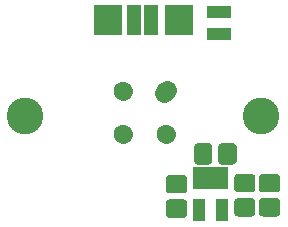
<source format=gbr>
G04 #@! TF.GenerationSoftware,KiCad,Pcbnew,(5.0.0)*
G04 #@! TF.CreationDate,2018-09-26T10:31:33+02:00*
G04 #@! TF.ProjectId,OpenThermalCamera,4F70656E546865726D616C43616D6572,rev?*
G04 #@! TF.SameCoordinates,Original*
G04 #@! TF.FileFunction,Soldermask,Top*
G04 #@! TF.FilePolarity,Negative*
%FSLAX46Y46*%
G04 Gerber Fmt 4.6, Leading zero omitted, Abs format (unit mm)*
G04 Created by KiCad (PCBNEW (5.0.0)) date 09/26/18 10:31:33*
%MOMM*%
%LPD*%
G01*
G04 APERTURE LIST*
%ADD10R,1.300000X2.600000*%
%ADD11R,2.400000X2.600000*%
%ADD12C,3.100000*%
%ADD13C,0.100000*%
%ADD14C,1.550000*%
%ADD15R,1.050000X1.960000*%
%ADD16R,0.800000X1.050000*%
%ADD17C,1.600000*%
%ADD18C,1.600000*%
G04 APERTURE END LIST*
D10*
G04 #@! TO.C,J2*
X39250000Y-28900000D03*
D11*
X37000000Y-28900000D03*
X43000000Y-28900000D03*
D10*
X40650000Y-28900000D03*
G04 #@! TD*
D12*
G04 #@! TO.C,MH1*
X50000000Y-37000000D03*
G04 #@! TD*
G04 #@! TO.C,MH2*
X30000000Y-37000000D03*
G04 #@! TD*
D13*
G04 #@! TO.C,C6*
G36*
X51296071Y-41901623D02*
X51328781Y-41906475D01*
X51360857Y-41914509D01*
X51391991Y-41925649D01*
X51421884Y-41939787D01*
X51450247Y-41956787D01*
X51476807Y-41976485D01*
X51501308Y-41998692D01*
X51523515Y-42023193D01*
X51543213Y-42049753D01*
X51560213Y-42078116D01*
X51574351Y-42108009D01*
X51585491Y-42139143D01*
X51593525Y-42171219D01*
X51598377Y-42203929D01*
X51600000Y-42236956D01*
X51600000Y-43113044D01*
X51598377Y-43146071D01*
X51593525Y-43178781D01*
X51585491Y-43210857D01*
X51574351Y-43241991D01*
X51560213Y-43271884D01*
X51543213Y-43300247D01*
X51523515Y-43326807D01*
X51501308Y-43351308D01*
X51476807Y-43373515D01*
X51450247Y-43393213D01*
X51421884Y-43410213D01*
X51391991Y-43424351D01*
X51360857Y-43435491D01*
X51328781Y-43443525D01*
X51296071Y-43448377D01*
X51263044Y-43450000D01*
X50136956Y-43450000D01*
X50103929Y-43448377D01*
X50071219Y-43443525D01*
X50039143Y-43435491D01*
X50008009Y-43424351D01*
X49978116Y-43410213D01*
X49949753Y-43393213D01*
X49923193Y-43373515D01*
X49898692Y-43351308D01*
X49876485Y-43326807D01*
X49856787Y-43300247D01*
X49839787Y-43271884D01*
X49825649Y-43241991D01*
X49814509Y-43210857D01*
X49806475Y-43178781D01*
X49801623Y-43146071D01*
X49800000Y-43113044D01*
X49800000Y-42236956D01*
X49801623Y-42203929D01*
X49806475Y-42171219D01*
X49814509Y-42139143D01*
X49825649Y-42108009D01*
X49839787Y-42078116D01*
X49856787Y-42049753D01*
X49876485Y-42023193D01*
X49898692Y-41998692D01*
X49923193Y-41976485D01*
X49949753Y-41956787D01*
X49978116Y-41939787D01*
X50008009Y-41925649D01*
X50039143Y-41914509D01*
X50071219Y-41906475D01*
X50103929Y-41901623D01*
X50136956Y-41900000D01*
X51263044Y-41900000D01*
X51296071Y-41901623D01*
X51296071Y-41901623D01*
G37*
D14*
X50700000Y-42675000D03*
D13*
G36*
X51296071Y-43951623D02*
X51328781Y-43956475D01*
X51360857Y-43964509D01*
X51391991Y-43975649D01*
X51421884Y-43989787D01*
X51450247Y-44006787D01*
X51476807Y-44026485D01*
X51501308Y-44048692D01*
X51523515Y-44073193D01*
X51543213Y-44099753D01*
X51560213Y-44128116D01*
X51574351Y-44158009D01*
X51585491Y-44189143D01*
X51593525Y-44221219D01*
X51598377Y-44253929D01*
X51600000Y-44286956D01*
X51600000Y-45163044D01*
X51598377Y-45196071D01*
X51593525Y-45228781D01*
X51585491Y-45260857D01*
X51574351Y-45291991D01*
X51560213Y-45321884D01*
X51543213Y-45350247D01*
X51523515Y-45376807D01*
X51501308Y-45401308D01*
X51476807Y-45423515D01*
X51450247Y-45443213D01*
X51421884Y-45460213D01*
X51391991Y-45474351D01*
X51360857Y-45485491D01*
X51328781Y-45493525D01*
X51296071Y-45498377D01*
X51263044Y-45500000D01*
X50136956Y-45500000D01*
X50103929Y-45498377D01*
X50071219Y-45493525D01*
X50039143Y-45485491D01*
X50008009Y-45474351D01*
X49978116Y-45460213D01*
X49949753Y-45443213D01*
X49923193Y-45423515D01*
X49898692Y-45401308D01*
X49876485Y-45376807D01*
X49856787Y-45350247D01*
X49839787Y-45321884D01*
X49825649Y-45291991D01*
X49814509Y-45260857D01*
X49806475Y-45228781D01*
X49801623Y-45196071D01*
X49800000Y-45163044D01*
X49800000Y-44286956D01*
X49801623Y-44253929D01*
X49806475Y-44221219D01*
X49814509Y-44189143D01*
X49825649Y-44158009D01*
X49839787Y-44128116D01*
X49856787Y-44099753D01*
X49876485Y-44073193D01*
X49898692Y-44048692D01*
X49923193Y-44026485D01*
X49949753Y-44006787D01*
X49978116Y-43989787D01*
X50008009Y-43975649D01*
X50039143Y-43964509D01*
X50071219Y-43956475D01*
X50103929Y-43951623D01*
X50136956Y-43950000D01*
X51263044Y-43950000D01*
X51296071Y-43951623D01*
X51296071Y-43951623D01*
G37*
D14*
X50700000Y-44725000D03*
G04 #@! TD*
D13*
G04 #@! TO.C,C3*
G36*
X45546071Y-39301623D02*
X45578781Y-39306475D01*
X45610857Y-39314509D01*
X45641991Y-39325649D01*
X45671884Y-39339787D01*
X45700247Y-39356787D01*
X45726807Y-39376485D01*
X45751308Y-39398692D01*
X45773515Y-39423193D01*
X45793213Y-39449753D01*
X45810213Y-39478116D01*
X45824351Y-39508009D01*
X45835491Y-39539143D01*
X45843525Y-39571219D01*
X45848377Y-39603929D01*
X45850000Y-39636956D01*
X45850000Y-40763044D01*
X45848377Y-40796071D01*
X45843525Y-40828781D01*
X45835491Y-40860857D01*
X45824351Y-40891991D01*
X45810213Y-40921884D01*
X45793213Y-40950247D01*
X45773515Y-40976807D01*
X45751308Y-41001308D01*
X45726807Y-41023515D01*
X45700247Y-41043213D01*
X45671884Y-41060213D01*
X45641991Y-41074351D01*
X45610857Y-41085491D01*
X45578781Y-41093525D01*
X45546071Y-41098377D01*
X45513044Y-41100000D01*
X44636956Y-41100000D01*
X44603929Y-41098377D01*
X44571219Y-41093525D01*
X44539143Y-41085491D01*
X44508009Y-41074351D01*
X44478116Y-41060213D01*
X44449753Y-41043213D01*
X44423193Y-41023515D01*
X44398692Y-41001308D01*
X44376485Y-40976807D01*
X44356787Y-40950247D01*
X44339787Y-40921884D01*
X44325649Y-40891991D01*
X44314509Y-40860857D01*
X44306475Y-40828781D01*
X44301623Y-40796071D01*
X44300000Y-40763044D01*
X44300000Y-39636956D01*
X44301623Y-39603929D01*
X44306475Y-39571219D01*
X44314509Y-39539143D01*
X44325649Y-39508009D01*
X44339787Y-39478116D01*
X44356787Y-39449753D01*
X44376485Y-39423193D01*
X44398692Y-39398692D01*
X44423193Y-39376485D01*
X44449753Y-39356787D01*
X44478116Y-39339787D01*
X44508009Y-39325649D01*
X44539143Y-39314509D01*
X44571219Y-39306475D01*
X44603929Y-39301623D01*
X44636956Y-39300000D01*
X45513044Y-39300000D01*
X45546071Y-39301623D01*
X45546071Y-39301623D01*
G37*
D14*
X45075000Y-40200000D03*
D13*
G36*
X47596071Y-39301623D02*
X47628781Y-39306475D01*
X47660857Y-39314509D01*
X47691991Y-39325649D01*
X47721884Y-39339787D01*
X47750247Y-39356787D01*
X47776807Y-39376485D01*
X47801308Y-39398692D01*
X47823515Y-39423193D01*
X47843213Y-39449753D01*
X47860213Y-39478116D01*
X47874351Y-39508009D01*
X47885491Y-39539143D01*
X47893525Y-39571219D01*
X47898377Y-39603929D01*
X47900000Y-39636956D01*
X47900000Y-40763044D01*
X47898377Y-40796071D01*
X47893525Y-40828781D01*
X47885491Y-40860857D01*
X47874351Y-40891991D01*
X47860213Y-40921884D01*
X47843213Y-40950247D01*
X47823515Y-40976807D01*
X47801308Y-41001308D01*
X47776807Y-41023515D01*
X47750247Y-41043213D01*
X47721884Y-41060213D01*
X47691991Y-41074351D01*
X47660857Y-41085491D01*
X47628781Y-41093525D01*
X47596071Y-41098377D01*
X47563044Y-41100000D01*
X46686956Y-41100000D01*
X46653929Y-41098377D01*
X46621219Y-41093525D01*
X46589143Y-41085491D01*
X46558009Y-41074351D01*
X46528116Y-41060213D01*
X46499753Y-41043213D01*
X46473193Y-41023515D01*
X46448692Y-41001308D01*
X46426485Y-40976807D01*
X46406787Y-40950247D01*
X46389787Y-40921884D01*
X46375649Y-40891991D01*
X46364509Y-40860857D01*
X46356475Y-40828781D01*
X46351623Y-40796071D01*
X46350000Y-40763044D01*
X46350000Y-39636956D01*
X46351623Y-39603929D01*
X46356475Y-39571219D01*
X46364509Y-39539143D01*
X46375649Y-39508009D01*
X46389787Y-39478116D01*
X46406787Y-39449753D01*
X46426485Y-39423193D01*
X46448692Y-39398692D01*
X46473193Y-39376485D01*
X46499753Y-39356787D01*
X46528116Y-39339787D01*
X46558009Y-39325649D01*
X46589143Y-39314509D01*
X46621219Y-39306475D01*
X46653929Y-39301623D01*
X46686956Y-39300000D01*
X47563044Y-39300000D01*
X47596071Y-39301623D01*
X47596071Y-39301623D01*
G37*
D14*
X47125000Y-40200000D03*
G04 #@! TD*
D13*
G04 #@! TO.C,C2*
G36*
X43396071Y-42001623D02*
X43428781Y-42006475D01*
X43460857Y-42014509D01*
X43491991Y-42025649D01*
X43521884Y-42039787D01*
X43550247Y-42056787D01*
X43576807Y-42076485D01*
X43601308Y-42098692D01*
X43623515Y-42123193D01*
X43643213Y-42149753D01*
X43660213Y-42178116D01*
X43674351Y-42208009D01*
X43685491Y-42239143D01*
X43693525Y-42271219D01*
X43698377Y-42303929D01*
X43700000Y-42336956D01*
X43700000Y-43213044D01*
X43698377Y-43246071D01*
X43693525Y-43278781D01*
X43685491Y-43310857D01*
X43674351Y-43341991D01*
X43660213Y-43371884D01*
X43643213Y-43400247D01*
X43623515Y-43426807D01*
X43601308Y-43451308D01*
X43576807Y-43473515D01*
X43550247Y-43493213D01*
X43521884Y-43510213D01*
X43491991Y-43524351D01*
X43460857Y-43535491D01*
X43428781Y-43543525D01*
X43396071Y-43548377D01*
X43363044Y-43550000D01*
X42236956Y-43550000D01*
X42203929Y-43548377D01*
X42171219Y-43543525D01*
X42139143Y-43535491D01*
X42108009Y-43524351D01*
X42078116Y-43510213D01*
X42049753Y-43493213D01*
X42023193Y-43473515D01*
X41998692Y-43451308D01*
X41976485Y-43426807D01*
X41956787Y-43400247D01*
X41939787Y-43371884D01*
X41925649Y-43341991D01*
X41914509Y-43310857D01*
X41906475Y-43278781D01*
X41901623Y-43246071D01*
X41900000Y-43213044D01*
X41900000Y-42336956D01*
X41901623Y-42303929D01*
X41906475Y-42271219D01*
X41914509Y-42239143D01*
X41925649Y-42208009D01*
X41939787Y-42178116D01*
X41956787Y-42149753D01*
X41976485Y-42123193D01*
X41998692Y-42098692D01*
X42023193Y-42076485D01*
X42049753Y-42056787D01*
X42078116Y-42039787D01*
X42108009Y-42025649D01*
X42139143Y-42014509D01*
X42171219Y-42006475D01*
X42203929Y-42001623D01*
X42236956Y-42000000D01*
X43363044Y-42000000D01*
X43396071Y-42001623D01*
X43396071Y-42001623D01*
G37*
D14*
X42800000Y-42775000D03*
D13*
G36*
X43396071Y-44051623D02*
X43428781Y-44056475D01*
X43460857Y-44064509D01*
X43491991Y-44075649D01*
X43521884Y-44089787D01*
X43550247Y-44106787D01*
X43576807Y-44126485D01*
X43601308Y-44148692D01*
X43623515Y-44173193D01*
X43643213Y-44199753D01*
X43660213Y-44228116D01*
X43674351Y-44258009D01*
X43685491Y-44289143D01*
X43693525Y-44321219D01*
X43698377Y-44353929D01*
X43700000Y-44386956D01*
X43700000Y-45263044D01*
X43698377Y-45296071D01*
X43693525Y-45328781D01*
X43685491Y-45360857D01*
X43674351Y-45391991D01*
X43660213Y-45421884D01*
X43643213Y-45450247D01*
X43623515Y-45476807D01*
X43601308Y-45501308D01*
X43576807Y-45523515D01*
X43550247Y-45543213D01*
X43521884Y-45560213D01*
X43491991Y-45574351D01*
X43460857Y-45585491D01*
X43428781Y-45593525D01*
X43396071Y-45598377D01*
X43363044Y-45600000D01*
X42236956Y-45600000D01*
X42203929Y-45598377D01*
X42171219Y-45593525D01*
X42139143Y-45585491D01*
X42108009Y-45574351D01*
X42078116Y-45560213D01*
X42049753Y-45543213D01*
X42023193Y-45523515D01*
X41998692Y-45501308D01*
X41976485Y-45476807D01*
X41956787Y-45450247D01*
X41939787Y-45421884D01*
X41925649Y-45391991D01*
X41914509Y-45360857D01*
X41906475Y-45328781D01*
X41901623Y-45296071D01*
X41900000Y-45263044D01*
X41900000Y-44386956D01*
X41901623Y-44353929D01*
X41906475Y-44321219D01*
X41914509Y-44289143D01*
X41925649Y-44258009D01*
X41939787Y-44228116D01*
X41956787Y-44199753D01*
X41976485Y-44173193D01*
X41998692Y-44148692D01*
X42023193Y-44126485D01*
X42049753Y-44106787D01*
X42078116Y-44089787D01*
X42108009Y-44075649D01*
X42139143Y-44064509D01*
X42171219Y-44056475D01*
X42203929Y-44051623D01*
X42236956Y-44050000D01*
X43363044Y-44050000D01*
X43396071Y-44051623D01*
X43396071Y-44051623D01*
G37*
D14*
X42800000Y-44825000D03*
G04 #@! TD*
D13*
G04 #@! TO.C,C1*
G36*
X49196071Y-43951623D02*
X49228781Y-43956475D01*
X49260857Y-43964509D01*
X49291991Y-43975649D01*
X49321884Y-43989787D01*
X49350247Y-44006787D01*
X49376807Y-44026485D01*
X49401308Y-44048692D01*
X49423515Y-44073193D01*
X49443213Y-44099753D01*
X49460213Y-44128116D01*
X49474351Y-44158009D01*
X49485491Y-44189143D01*
X49493525Y-44221219D01*
X49498377Y-44253929D01*
X49500000Y-44286956D01*
X49500000Y-45163044D01*
X49498377Y-45196071D01*
X49493525Y-45228781D01*
X49485491Y-45260857D01*
X49474351Y-45291991D01*
X49460213Y-45321884D01*
X49443213Y-45350247D01*
X49423515Y-45376807D01*
X49401308Y-45401308D01*
X49376807Y-45423515D01*
X49350247Y-45443213D01*
X49321884Y-45460213D01*
X49291991Y-45474351D01*
X49260857Y-45485491D01*
X49228781Y-45493525D01*
X49196071Y-45498377D01*
X49163044Y-45500000D01*
X48036956Y-45500000D01*
X48003929Y-45498377D01*
X47971219Y-45493525D01*
X47939143Y-45485491D01*
X47908009Y-45474351D01*
X47878116Y-45460213D01*
X47849753Y-45443213D01*
X47823193Y-45423515D01*
X47798692Y-45401308D01*
X47776485Y-45376807D01*
X47756787Y-45350247D01*
X47739787Y-45321884D01*
X47725649Y-45291991D01*
X47714509Y-45260857D01*
X47706475Y-45228781D01*
X47701623Y-45196071D01*
X47700000Y-45163044D01*
X47700000Y-44286956D01*
X47701623Y-44253929D01*
X47706475Y-44221219D01*
X47714509Y-44189143D01*
X47725649Y-44158009D01*
X47739787Y-44128116D01*
X47756787Y-44099753D01*
X47776485Y-44073193D01*
X47798692Y-44048692D01*
X47823193Y-44026485D01*
X47849753Y-44006787D01*
X47878116Y-43989787D01*
X47908009Y-43975649D01*
X47939143Y-43964509D01*
X47971219Y-43956475D01*
X48003929Y-43951623D01*
X48036956Y-43950000D01*
X49163044Y-43950000D01*
X49196071Y-43951623D01*
X49196071Y-43951623D01*
G37*
D14*
X48600000Y-44725000D03*
D13*
G36*
X49196071Y-41901623D02*
X49228781Y-41906475D01*
X49260857Y-41914509D01*
X49291991Y-41925649D01*
X49321884Y-41939787D01*
X49350247Y-41956787D01*
X49376807Y-41976485D01*
X49401308Y-41998692D01*
X49423515Y-42023193D01*
X49443213Y-42049753D01*
X49460213Y-42078116D01*
X49474351Y-42108009D01*
X49485491Y-42139143D01*
X49493525Y-42171219D01*
X49498377Y-42203929D01*
X49500000Y-42236956D01*
X49500000Y-43113044D01*
X49498377Y-43146071D01*
X49493525Y-43178781D01*
X49485491Y-43210857D01*
X49474351Y-43241991D01*
X49460213Y-43271884D01*
X49443213Y-43300247D01*
X49423515Y-43326807D01*
X49401308Y-43351308D01*
X49376807Y-43373515D01*
X49350247Y-43393213D01*
X49321884Y-43410213D01*
X49291991Y-43424351D01*
X49260857Y-43435491D01*
X49228781Y-43443525D01*
X49196071Y-43448377D01*
X49163044Y-43450000D01*
X48036956Y-43450000D01*
X48003929Y-43448377D01*
X47971219Y-43443525D01*
X47939143Y-43435491D01*
X47908009Y-43424351D01*
X47878116Y-43410213D01*
X47849753Y-43393213D01*
X47823193Y-43373515D01*
X47798692Y-43351308D01*
X47776485Y-43326807D01*
X47756787Y-43300247D01*
X47739787Y-43271884D01*
X47725649Y-43241991D01*
X47714509Y-43210857D01*
X47706475Y-43178781D01*
X47701623Y-43146071D01*
X47700000Y-43113044D01*
X47700000Y-42236956D01*
X47701623Y-42203929D01*
X47706475Y-42171219D01*
X47714509Y-42139143D01*
X47725649Y-42108009D01*
X47739787Y-42078116D01*
X47756787Y-42049753D01*
X47776485Y-42023193D01*
X47798692Y-41998692D01*
X47823193Y-41976485D01*
X47849753Y-41956787D01*
X47878116Y-41939787D01*
X47908009Y-41925649D01*
X47939143Y-41914509D01*
X47971219Y-41906475D01*
X48003929Y-41901623D01*
X48036956Y-41900000D01*
X49163044Y-41900000D01*
X49196071Y-41901623D01*
X49196071Y-41901623D01*
G37*
D14*
X48600000Y-42675000D03*
G04 #@! TD*
D15*
G04 #@! TO.C,U2*
X46650000Y-42250000D03*
X45700000Y-42250000D03*
X44750000Y-42250000D03*
X44750000Y-44950000D03*
X46650000Y-44950000D03*
G04 #@! TD*
D16*
G04 #@! TO.C,U4*
X45750000Y-30050000D03*
X47050000Y-30050000D03*
X46400000Y-28150000D03*
X46400000Y-30050000D03*
X47050000Y-28150000D03*
X45750000Y-28150000D03*
G04 #@! TD*
D17*
G04 #@! TO.C,U1*
X41900000Y-34900000D03*
D18*
X42041421Y-34758579D02*
X41758579Y-35041421D01*
D17*
X38307898Y-34900000D03*
D18*
X38307898Y-34900000D02*
X38307898Y-34900000D01*
D17*
X38307898Y-38492102D03*
D18*
X38307898Y-38492102D02*
X38307898Y-38492102D01*
D17*
X41900000Y-38492102D03*
D18*
X41900000Y-38492102D02*
X41900000Y-38492102D01*
G04 #@! TD*
M02*

</source>
